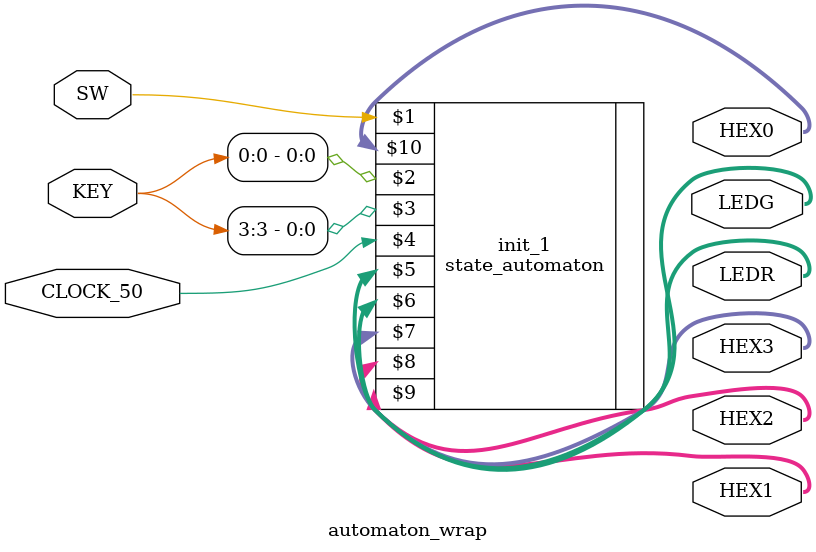
<source format=v>
module automaton_wrap(
	input [0:0] SW,
	input [3:0] KEY,
	output [9:0] LEDR,
	output [7:0] HEX3,
	output [7:0] HEX2,
	output [7:0] HEX1,
	output [7:0] HEX0,
	input CLOCK_50,
	output  [7:0] LEDG
	//output reg [2:0] currentState
);


state_automaton init_1 (SW[0], KEY[0], KEY[3], CLOCK_50, LEDG[7:0], LEDR[9:0], HEX3[7:0], HEX2[7:0], HEX1[7:0], HEX0[7:0]);

endmodule
</source>
